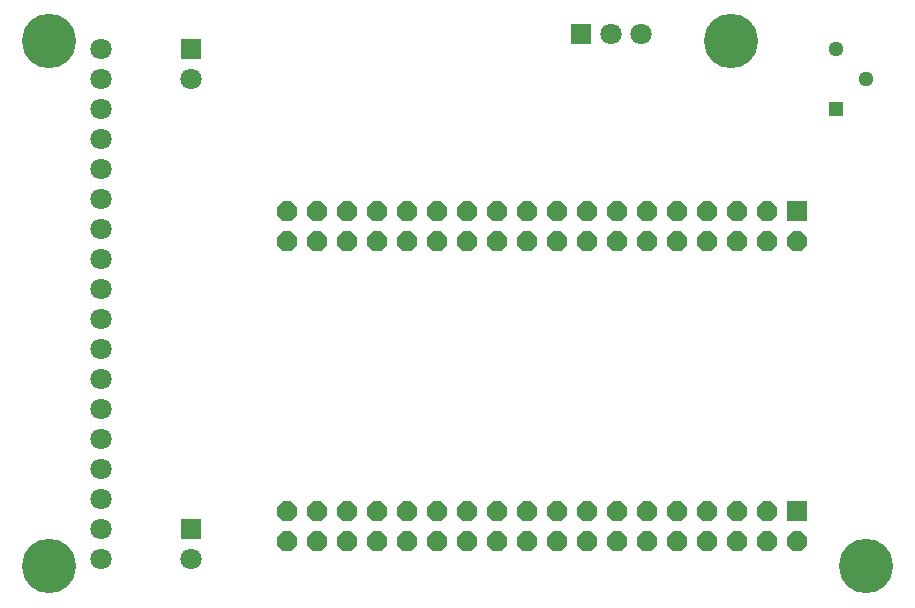
<source format=gbr>
G04 EAGLE Gerber RS-274X export*
G75*
%MOMM*%
%FSLAX34Y34*%
%LPD*%
%INSoldermask Bottom*%
%IPPOS*%
%AMOC8*
5,1,8,0,0,1.08239X$1,22.5*%
G01*
%ADD10R,1.803400X1.803400*%
%ADD11C,1.803400*%
%ADD12C,4.597400*%
%ADD13R,1.292400X1.292400*%
%ADD14C,1.292400*%
%ADD15R,1.676400X1.676400*%
%ADD16P,1.814519X8X202.500000*%


D10*
X482600Y482600D03*
D11*
X508000Y482600D03*
X533400Y482600D03*
D12*
X31750Y31750D03*
X31750Y476250D03*
X723900Y31750D03*
X609600Y476250D03*
D10*
X152400Y63500D03*
D11*
X152400Y38100D03*
D10*
X152400Y469900D03*
D11*
X152400Y444500D03*
D13*
X698500Y419100D03*
D14*
X723900Y444500D03*
X698500Y469900D03*
D11*
X76200Y444500D03*
X76200Y419100D03*
X76200Y393700D03*
X76200Y368300D03*
X76200Y342900D03*
X76200Y317500D03*
X76200Y292100D03*
X76200Y266700D03*
X76200Y241300D03*
X76200Y215900D03*
X76200Y190500D03*
X76200Y165100D03*
X76200Y139700D03*
X76200Y114300D03*
X76200Y88900D03*
X76200Y63500D03*
X76200Y38100D03*
X76200Y469900D03*
D15*
X664800Y333000D03*
D16*
X664800Y307600D03*
X639400Y333000D03*
X639400Y307600D03*
X614000Y333000D03*
X614000Y307600D03*
X588600Y333000D03*
X588600Y307600D03*
X563200Y333000D03*
X563200Y307600D03*
X537800Y333000D03*
X537800Y307600D03*
X512400Y333000D03*
X512400Y307600D03*
X487000Y333000D03*
X487000Y307600D03*
X461600Y333000D03*
X461600Y307600D03*
X436200Y333000D03*
X436200Y307600D03*
X410800Y333000D03*
X410800Y307600D03*
X385400Y333000D03*
X385400Y307600D03*
X360000Y333000D03*
X360000Y307600D03*
X334600Y333000D03*
X334600Y307600D03*
X309200Y333000D03*
X309200Y307600D03*
X283800Y333000D03*
X283800Y307600D03*
X258400Y333000D03*
X258400Y307600D03*
X233000Y333000D03*
X233000Y307600D03*
D15*
X664800Y79000D03*
D16*
X664800Y53600D03*
X639400Y79000D03*
X639400Y53600D03*
X614000Y79000D03*
X614000Y53600D03*
X588600Y79000D03*
X588600Y53600D03*
X563200Y79000D03*
X563200Y53600D03*
X537800Y79000D03*
X537800Y53600D03*
X512400Y79000D03*
X512400Y53600D03*
X487000Y79000D03*
X487000Y53600D03*
X461600Y79000D03*
X461600Y53600D03*
X436200Y79000D03*
X436200Y53600D03*
X410800Y79000D03*
X410800Y53600D03*
X385400Y79000D03*
X385400Y53600D03*
X360000Y79000D03*
X360000Y53600D03*
X334600Y79000D03*
X334600Y53600D03*
X309200Y79000D03*
X309200Y53600D03*
X283800Y79000D03*
X283800Y53600D03*
X258400Y79000D03*
X258400Y53600D03*
X233000Y79000D03*
X233000Y53600D03*
M02*

</source>
